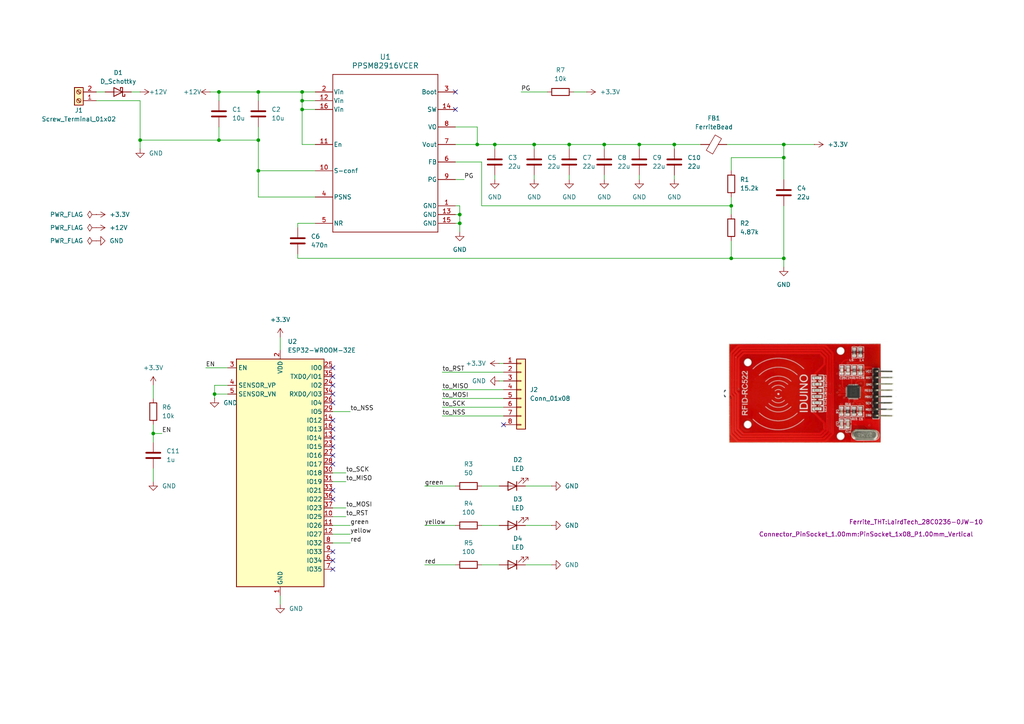
<source format=kicad_sch>
(kicad_sch (version 20250114) (generator "eeschema") (generator_version "9.0")
  (paper "A4")
  (lib_symbols
    (symbol "Connector:Screw_Terminal_01x02" (pin_names (offset 1.016) (hide yes))
      (property "Reference" "J" (at 0 2.54 0))
      (property "Value" "Screw_Terminal_01x02" (at 0 -5.08 0))
      (symbol "Screw_Terminal_01x02_1_1"
        (rectangle (start -1.27 1.27) (end 1.27 -3.81) (stroke (width 0.254)) (fill (type background)))
        (polyline (pts (xy -0.5334 0.3302) (xy 0.3302 -0.508)) (stroke (width 0.1524)))
        (polyline (pts (xy -0.5334 -2.2098) (xy 0.3302 -3.048)) (stroke (width 0.1524)))
        (polyline (pts (xy -0.3556 0.508) (xy 0.508 -0.3302)) (stroke (width 0.1524)))
        (polyline (pts (xy -0.3556 -2.032) (xy 0.508 -2.8702)) (stroke (width 0.1524)))
        (circle (center 0 0) (radius 0.635) (stroke (width 0.1524)))
        (circle (center 0 -2.54) (radius 0.635) (stroke (width 0.1524)))
        (pin passive line (at -5.08 0 0) (length 3.81) (name "Pin_1") (number "1"))
        (pin passive line (at -5.08 -2.54 0) (length 3.81) (name "Pin_2") (number "2"))
      )
    )
    (symbol "Connector_Generic:Conn_01x08" (pin_names (offset 1.016) (hide yes))
      (property "Reference" "J" (at 0 10.16 0))
      (property "Value" "Conn_01x08" (at 0 -12.7 0))
      (symbol "Conn_01x08_1_1"
        (rectangle (start -1.27 8.89) (end 1.27 -11.43) (stroke (width 0.254)) (fill (type background)))
        (rectangle (start -1.27 7.747) (end 0 7.493) (stroke (width 0.1524)))
        (rectangle (start -1.27 5.207) (end 0 4.953) (stroke (width 0.1524)))
        (rectangle (start -1.27 2.667) (end 0 2.413) (stroke (width 0.1524)))
        (rectangle (start -1.27 0.127) (end 0 -0.127) (stroke (width 0.1524)))
        (rectangle (start -1.27 -2.413) (end 0 -2.667) (stroke (width 0.1524)))
        (rectangle (start -1.27 -4.953) (end 0 -5.207) (stroke (width 0.1524)))
        (rectangle (start -1.27 -7.493) (end 0 -7.747) (stroke (width 0.1524)))
        (rectangle (start -1.27 -10.033) (end 0 -10.287) (stroke (width 0.1524)))
        (pin passive line (at -5.08 7.62 0) (length 3.81) (name "Pin_1") (number "1"))
        (pin passive line (at -5.08 5.08 0) (length 3.81) (name "Pin_2") (number "2"))
        (pin passive line (at -5.08 2.54 0) (length 3.81) (name "Pin_3") (number "3"))
        (pin passive line (at -5.08 0 0) (length 3.81) (name "Pin_4") (number "4"))
        (pin passive line (at -5.08 -2.54 0) (length 3.81) (name "Pin_5") (number "5"))
        (pin passive line (at -5.08 -5.08 0) (length 3.81) (name "Pin_6") (number "6"))
        (pin passive line (at -5.08 -7.62 0) (length 3.81) (name "Pin_7") (number "7"))
        (pin passive line (at -5.08 -10.16 0) (length 3.81) (name "Pin_8") (number "8"))
      )
    )
    (symbol "Device:C" (pin_numbers (hide yes)) (pin_names (offset 0.254))
      (property "Reference" "C" (at 0.635 2.54 0))
      (property "Value" "C" (at 0.635 -2.54 0))
      (symbol "C_0_1"
        (polyline (pts (xy -2.032 0.762) (xy 2.032 0.762)) (stroke (width 0.508)))
        (polyline (pts (xy -2.032 -0.762) (xy 2.032 -0.762)) (stroke (width 0.508)))
      )
      (symbol "C_1_1"
        (pin passive line (at 0 3.81 270) (length 2.794) (name "~") (number "1"))
        (pin passive line (at 0 -3.81 90) (length 2.794) (name "~") (number "2"))
      )
    )
    (symbol "Device:D_Schottky" (pin_numbers (hide yes)) (pin_names (offset 1.016) (hide yes))
      (property "Reference" "D" (at 0 2.54 0))
      (property "Value" "D_Schottky" (at 0 -2.54 0))
      (symbol "D_Schottky_0_1"
        (polyline (pts (xy -1.905 0.635) (xy -1.905 1.27) (xy -1.27 1.27) (xy -1.27 -1.27) (xy -0.635 -1.27) (xy -0.635 -0.635)) (stroke (width 0.254)))
        (polyline (pts (xy 1.27 1.27) (xy 1.27 -1.27) (xy -1.27 0) (xy 1.27 1.27)) (stroke (width 0.254)))
        (polyline (pts (xy 1.27 0) (xy -1.27 0)))
      )
      (symbol "D_Schottky_1_1"
        (pin passive line (at -3.81 0 0) (length 2.54) (name "K") (number "1"))
        (pin passive line (at 3.81 0 180) (length 2.54) (name "A") (number "2"))
      )
    )
    (symbol "Device:FerriteBead" (pin_numbers (hide yes)) (pin_names (offset 0))
      (property "Reference" "FB" (at -3.81 0.635 90))
      (property "Value" "FerriteBead" (at 3.81 0 90))
      (symbol "FerriteBead_0_1"
        (polyline (pts (xy -2.7686 0.4064) (xy -1.7018 2.2606) (xy 2.7686 -0.3048) (xy 1.6764 -2.159) (xy -2.7686 0.4064)))
        (polyline (pts (xy 0 1.27) (xy 0 1.2954)))
        (polyline (pts (xy 0 -1.27) (xy 0 -1.2192)))
      )
      (symbol "FerriteBead_1_1"
        (pin passive line (at 0 3.81 270) (length 2.54) (name "~") (number "1"))
        (pin passive line (at 0 -3.81 90) (length 2.54) (name "~") (number "2"))
      )
    )
    (symbol "Device:LED" (pin_numbers (hide yes)) (pin_names (offset 1.016) (hide yes))
      (property "Reference" "D" (at 0 2.54 0))
      (property "Value" "LED" (at 0 -2.54 0))
      (symbol "LED_0_1"
        (polyline (pts (xy -3.048 -0.762) (xy -4.572 -2.286) (xy -3.81 -2.286) (xy -4.572 -2.286) (xy -4.572 -1.524)))
        (polyline (pts (xy -1.778 -0.762) (xy -3.302 -2.286) (xy -2.54 -2.286) (xy -3.302 -2.286) (xy -3.302 -1.524)))
        (polyline (pts (xy -1.27 0) (xy 1.27 0)))
        (polyline (pts (xy -1.27 -1.27) (xy -1.27 1.27)) (stroke (width 0.254)))
        (polyline (pts (xy 1.27 -1.27) (xy 1.27 1.27) (xy -1.27 0) (xy 1.27 -1.27)) (stroke (width 0.254)))
      )
      (symbol "LED_1_1"
        (pin passive line (at -3.81 0 0) (length 2.54) (name "K") (number "1"))
        (pin passive line (at 3.81 0 180) (length 2.54) (name "A") (number "2"))
      )
    )
    (symbol "Device:R" (pin_numbers (hide yes)) (pin_names (offset 0))
      (property "Reference" "R" (at 2.032 0 90))
      (property "Value" "R" (at 0 0 90))
      (symbol "R_0_1"
        (rectangle (start -1.016 -2.54) (end 1.016 2.54) (stroke (width 0.254)))
      )
      (symbol "R_1_1"
        (pin passive line (at 0 3.81 270) (length 1.27) (name "~") (number "1"))
        (pin passive line (at 0 -3.81 90) (length 1.27) (name "~") (number "2"))
      )
    )
    (symbol "RF_Module:ESP32-WROOM-32E"
      (property "Reference" "U" (at -12.7 34.29 0))
      (property "Value" "ESP32-WROOM-32E" (at 1.27 34.29 0))
      (symbol "ESP32-WROOM-32E_0_1"
        (rectangle (start -12.7 33.02) (end 12.7 -33.02) (stroke (width 0.254)) (fill (type background)))
      )
      (symbol "ESP32-WROOM-32E_1_1"
        (pin input line (at -15.24 30.48 0) (length 2.54) (name "EN") (number "3"))
        (pin input line (at -15.24 25.4 0) (length 2.54) (name "SENSOR_VP") (number "4"))
        (pin input line (at -15.24 22.86 0) (length 2.54) (name "SENSOR_VN") (number "5"))
        (pin no_connect line (at -12.7 0 0) (length 2.54) (hide yes) (name "NC") (number "21"))
        (pin no_connect line (at -12.7 -2.54 0) (length 2.54) (hide yes) (name "NC") (number "22"))
        (pin no_connect line (at -12.7 -5.08 0) (length 2.54) (hide yes) (name "NC") (number "17"))
        (pin no_connect line (at -12.7 -7.62 0) (length 2.54) (hide yes) (name "NC") (number "18"))
        (pin no_connect line (at -12.7 -10.16 0) (length 2.54) (hide yes) (name "NC") (number "20"))
        (pin no_connect line (at -12.7 -12.7 0) (length 2.54) (hide yes) (name "NC") (number "19"))
        (pin no_connect line (at -12.7 -27.94 0) (length 2.54) (hide yes) (name "NC") (number "32"))
        (pin power_in line (at 0 35.56 270) (length 2.54) (name "VDD") (number "2"))
        (pin power_in line (at 0 -35.56 90) (length 2.54) (name "GND") (number "1"))
        (pin passive line (at 0 -35.56 90) (length 2.54) (hide yes) (name "GND") (number "15"))
        (pin passive line (at 0 -35.56 90) (length 2.54) (hide yes) (name "GND") (number "38"))
        (pin passive line (at 0 -35.56 90) (length 2.54) (hide yes) (name "GND") (number "39"))
        (pin bidirectional line (at 15.24 30.48 180) (length 2.54) (name "IO0") (number "25"))
        (pin bidirectional line (at 15.24 27.94 180) (length 2.54) (name "TXD0/IO1") (number "35"))
        (pin bidirectional line (at 15.24 25.4 180) (length 2.54) (name "IO2") (number "24"))
        (pin bidirectional line (at 15.24 22.86 180) (length 2.54) (name "RXD0/IO3") (number "34"))
        (pin bidirectional line (at 15.24 20.32 180) (length 2.54) (name "IO4") (number "26"))
        (pin bidirectional line (at 15.24 17.78 180) (length 2.54) (name "IO5") (number "29"))
        (pin bidirectional line (at 15.24 15.24 180) (length 2.54) (name "IO12") (number "14"))
        (pin bidirectional line (at 15.24 12.7 180) (length 2.54) (name "IO13") (number "16"))
        (pin bidirectional line (at 15.24 10.16 180) (length 2.54) (name "IO14") (number "13"))
        (pin bidirectional line (at 15.24 7.62 180) (length 2.54) (name "IO15") (number "23"))
        (pin bidirectional line (at 15.24 5.08 180) (length 2.54) (name "IO16") (number "27"))
        (pin bidirectional line (at 15.24 2.54 180) (length 2.54) (name "IO17") (number "28"))
        (pin bidirectional line (at 15.24 0 180) (length 2.54) (name "IO18") (number "30"))
        (pin bidirectional line (at 15.24 -2.54 180) (length 2.54) (name "IO19") (number "31"))
        (pin bidirectional line (at 15.24 -5.08 180) (length 2.54) (name "IO21") (number "33"))
        (pin bidirectional line (at 15.24 -7.62 180) (length 2.54) (name "IO22") (number "36"))
        (pin bidirectional line (at 15.24 -10.16 180) (length 2.54) (name "IO23") (number "37"))
        (pin bidirectional line (at 15.24 -12.7 180) (length 2.54) (name "IO25") (number "10"))
        (pin bidirectional line (at 15.24 -15.24 180) (length 2.54) (name "IO26") (number "11"))
        (pin bidirectional line (at 15.24 -17.78 180) (length 2.54) (name "IO27") (number "12"))
        (pin bidirectional line (at 15.24 -20.32 180) (length 2.54) (name "IO32") (number "8"))
        (pin bidirectional line (at 15.24 -22.86 180) (length 2.54) (name "IO33") (number "9"))
        (pin input line (at 15.24 -25.4 180) (length 2.54) (name "IO34") (number "6"))
        (pin input line (at 15.24 -27.94 180) (length 2.54) (name "IO35") (number "7"))
      )
    )
    (symbol "TPSM82916:PPSM82916VCER" (pin_names (offset 0.254))
      (property "Reference" "U" (at 0 2.54 0))
      (property "Value" "PPSM82916VCER" (at 0 0 0))
      (symbol "PPSM82916VCER_0_1"
        (polyline (pts (xy 5.08 5.08) (xy 5.08 -40.64)) (stroke (width 0.2032)))
        (polyline (pts (xy 5.08 -40.64) (xy 35.56 -40.64)) (stroke (width 0.2032)))
        (polyline (pts (xy 35.56 5.08) (xy 5.08 5.08)) (stroke (width 0.2032)))
        (polyline (pts (xy 35.56 -40.64) (xy 35.56 5.08)) (stroke (width 0.2032)))
        (pin power_in line (at 0 0 0) (length 5.08) (name "Vin") (number "2"))
        (pin power_in line (at 0 -2.54 0) (length 5.08) (name "Vin") (number "12"))
        (pin power_in line (at 0 -5.08 0) (length 5.08) (name "Vin") (number "16"))
        (pin input line (at 0 -15.24 0) (length 5.08) (name "En") (number "11"))
        (pin unspecified line (at 0 -22.86 0) (length 5.08) (name "S-conf") (number "10"))
        (pin unspecified line (at 0 -30.48 0) (length 5.08) (name "PSNS") (number "4"))
        (pin unspecified line (at 0 -38.1 0) (length 5.08) (name "NR") (number "5"))
        (pin unspecified line (at 40.64 0 180) (length 5.08) (name "Boot") (number "3"))
        (pin unspecified line (at 40.64 -5.08 180) (length 5.08) (name "SW") (number "14"))
        (pin unspecified line (at 40.64 -10.16 180) (length 5.08) (name "VO") (number "8"))
        (pin unspecified line (at 40.64 -15.24 180) (length 5.08) (name "Vout") (number "7"))
        (pin unspecified line (at 40.64 -20.32 180) (length 5.08) (name "FB") (number "6"))
        (pin open_collector line (at 40.64 -25.4 180) (length 5.08) (name "PG") (number "9"))
        (pin power_in line (at 40.64 -33.02 180) (length 5.08) (name "GND") (number "1"))
        (pin power_in line (at 40.64 -35.56 180) (length 5.08) (name "GND") (number "13"))
        (pin power_in line (at 40.64 -38.1 180) (length 5.08) (name "GND") (number "15"))
      )
    )
    (symbol "power:+12V" (power) (pin_numbers (hide yes)) (pin_names (offset 0) (hide yes))
      (property "Value" "+12V" (at 0 3.556 0))
      (symbol "+12V_0_1"
        (polyline (pts (xy -0.762 1.27) (xy 0 2.54)))
        (polyline (pts (xy 0 2.54) (xy 0.762 1.27)))
        (polyline (pts (xy 0 0) (xy 0 2.54)))
      )
      (symbol "+12V_1_1"
        (pin power_in line (at 0 0 90) (length 0) (name "~") (number "1"))
      )
    )
    (symbol "power:+3.3V" (power) (pin_numbers (hide yes)) (pin_names (offset 0) (hide yes))
      (property "Value" "+3.3V" (at 0 3.556 0))
      (symbol "+3.3V_0_1"
        (polyline (pts (xy -0.762 1.27) (xy 0 2.54)))
        (polyline (pts (xy 0 2.54) (xy 0.762 1.27)))
        (polyline (pts (xy 0 0) (xy 0 2.54)))
      )
      (symbol "+3.3V_1_1"
        (pin power_in line (at 0 0 90) (length 0) (name "~") (number "1"))
      )
    )
    (symbol "power:GND" (power) (pin_numbers (hide yes)) (pin_names (offset 0) (hide yes))
      (property "Value" "GND" (at 0 -3.81 0))
      (symbol "GND_0_1"
        (polyline (pts (xy 0 0) (xy 0 -1.27) (xy 1.27 -1.27) (xy 0 -2.54) (xy -1.27 -1.27) (xy 0 -1.27)))
      )
      (symbol "GND_1_1"
        (pin power_in line (at 0 0 270) (length 0) (name "~") (number "1"))
      )
    )
    (symbol "power:PWR_FLAG" (power) (pin_numbers (hide yes)) (pin_names (offset 0) (hide yes))
      (property "Value" "PWR_FLAG" (at 0 3.81 0))
      (symbol "PWR_FLAG_0_0"
        (pin power_out line (at 0 0 90) (length 0) (name "~") (number "1"))
      )
      (symbol "PWR_FLAG_0_1"
        (polyline (pts (xy 0 0) (xy 0 1.27) (xy -1.016 1.905) (xy 0 2.54) (xy 1.016 1.905) (xy 0 1.27)))
      )
    )
  )
  (junction (at 138.43 41.91))
  (junction (at 87.63 29.21))
  (junction (at 175.26 41.91))
  (junction (at 212.09 74.93))
  (junction (at 63.5 26.67))
  (junction (at 44.45 125.73))
  (junction (at 154.94 41.91))
  (junction (at 227.33 74.93))
  (junction (at 74.93 26.67))
  (junction (at 165.1 41.91))
  (junction (at 87.63 31.75))
  (junction (at 74.93 40.64))
  (junction (at 185.42 41.91))
  (junction (at 62.23 114.3))
  (junction (at 227.33 41.91))
  (junction (at 87.63 26.67))
  (junction (at 143.51 41.91))
  (junction (at 63.5 40.64))
  (junction (at 195.58 41.91))
  (junction (at 227.33 45.72))
  (junction (at 74.93 49.53))
  (junction (at 40.64 40.64))
  (junction (at 133.35 62.23))
  (junction (at 212.09 59.69))
  (junction (at 133.35 64.77))
  (no_connect (at 96.52 121.92))
  (no_connect (at 96.52 111.76))
  (no_connect (at 96.52 124.46))
  (no_connect (at 96.52 134.62))
  (no_connect (at 96.52 129.54))
  (no_connect (at 96.52 160.02))
  (no_connect (at 96.52 144.78))
  (no_connect (at 96.52 165.1))
  (no_connect (at 96.52 109.22))
  (no_connect (at 132.08 26.67))
  (no_connect (at 96.52 116.84))
  (no_connect (at 96.52 132.08))
  (no_connect (at 96.52 142.24))
  (no_connect (at 146.05 123.19))
  (no_connect (at 96.52 106.68))
  (no_connect (at 96.52 162.56))
  (no_connect (at 96.52 127))
  (no_connect (at 96.52 114.3))
  (no_connect (at 132.08 31.75))
  (wire (pts (xy 40.64 40.64) (xy 40.64 29.21)))
  (wire (pts (xy 175.26 41.91) (xy 175.26 43.18)))
  (wire (pts (xy 40.64 40.64) (xy 63.5 40.64)))
  (wire (pts (xy 96.52 154.94) (xy 101.6 154.94)))
  (wire (pts (xy 123.19 163.83) (xy 132.08 163.83)))
  (wire (pts (xy 62.23 111.76) (xy 62.23 114.3)))
  (wire (pts (xy 144.78 110.49) (xy 146.05 110.49)))
  (wire (pts (xy 96.52 152.4) (xy 101.6 152.4)))
  (wire (pts (xy 59.69 106.68) (xy 66.04 106.68)))
  (wire (pts (xy 128.27 115.57) (xy 146.05 115.57)))
  (wire (pts (xy 143.51 50.8) (xy 143.51 52.07)))
  (wire (pts (xy 212.09 74.93) (xy 227.33 74.93)))
  (wire (pts (xy 154.94 50.8) (xy 154.94 52.07)))
  (wire (pts (xy 227.33 41.91) (xy 227.33 45.72)))
  (wire (pts (xy 91.44 41.91) (xy 87.63 41.91)))
  (wire (pts (xy 210.82 41.91) (xy 227.33 41.91)))
  (wire (pts (xy 44.45 111.76) (xy 44.45 115.57)))
  (wire (pts (xy 66.04 114.3) (xy 62.23 114.3)))
  (wire (pts (xy 44.45 135.89) (xy 44.45 139.7)))
  (wire (pts (xy 227.33 74.93) (xy 227.33 77.47)))
  (wire (pts (xy 27.94 29.21) (xy 40.64 29.21)))
  (wire (pts (xy 128.27 113.03) (xy 146.05 113.03)))
  (wire (pts (xy 91.44 31.75) (xy 87.63 31.75)))
  (wire (pts (xy 185.42 41.91) (xy 195.58 41.91)))
  (wire (pts (xy 86.36 74.93) (xy 212.09 74.93)))
  (wire (pts (xy 132.08 52.07) (xy 134.62 52.07)))
  (wire (pts (xy 44.45 123.19) (xy 44.45 125.73)))
  (wire (pts (xy 195.58 41.91) (xy 195.58 43.18)))
  (wire (pts (xy 81.28 172.72) (xy 81.28 175.26)))
  (wire (pts (xy 139.7 152.4) (xy 144.78 152.4)))
  (wire (pts (xy 123.19 152.4) (xy 132.08 152.4)))
  (wire (pts (xy 138.43 41.91) (xy 143.51 41.91)))
  (wire (pts (xy 139.7 46.99) (xy 139.7 59.69)))
  (wire (pts (xy 62.23 114.3) (xy 62.23 115.57)))
  (wire (pts (xy 74.93 57.15) (xy 74.93 49.53)))
  (wire (pts (xy 96.52 119.38) (xy 101.6 119.38)))
  (wire (pts (xy 86.36 74.93) (xy 86.36 73.66)))
  (wire (pts (xy 87.63 29.21) (xy 87.63 26.67)))
  (wire (pts (xy 212.09 49.53) (xy 212.09 45.72)))
  (wire (pts (xy 74.93 49.53) (xy 74.93 40.64)))
  (wire (pts (xy 96.52 157.48) (xy 101.6 157.48)))
  (wire (pts (xy 175.26 50.8) (xy 175.26 52.07)))
  (wire (pts (xy 185.42 41.91) (xy 185.42 43.18)))
  (wire (pts (xy 165.1 50.8) (xy 165.1 52.07)))
  (wire (pts (xy 63.5 26.67) (xy 63.5 29.21)))
  (wire (pts (xy 38.1 26.67) (xy 40.64 26.67)))
  (wire (pts (xy 152.4 152.4) (xy 160.02 152.4)))
  (wire (pts (xy 128.27 107.95) (xy 146.05 107.95)))
  (wire (pts (xy 227.33 59.69) (xy 227.33 74.93)))
  (wire (pts (xy 87.63 31.75) (xy 87.63 29.21)))
  (wire (pts (xy 96.52 147.32) (xy 100.33 147.32)))
  (wire (pts (xy 132.08 46.99) (xy 139.7 46.99)))
  (wire (pts (xy 81.28 97.79) (xy 81.28 101.6)))
  (wire (pts (xy 151.13 26.67) (xy 158.75 26.67)))
  (wire (pts (xy 91.44 29.21) (xy 87.63 29.21)))
  (wire (pts (xy 152.4 163.83) (xy 160.02 163.83)))
  (wire (pts (xy 144.78 105.41) (xy 146.05 105.41)))
  (wire (pts (xy 212.09 45.72) (xy 227.33 45.72)))
  (wire (pts (xy 91.44 49.53) (xy 74.93 49.53)))
  (wire (pts (xy 154.94 41.91) (xy 154.94 43.18)))
  (wire (pts (xy 63.5 40.64) (xy 74.93 40.64)))
  (wire (pts (xy 133.35 59.69) (xy 133.35 62.23)))
  (wire (pts (xy 87.63 26.67) (xy 91.44 26.67)))
  (wire (pts (xy 44.45 125.73) (xy 46.99 125.73)))
  (wire (pts (xy 212.09 69.85) (xy 212.09 74.93)))
  (wire (pts (xy 123.19 140.97) (xy 132.08 140.97)))
  (wire (pts (xy 86.36 64.77) (xy 86.36 66.04)))
  (wire (pts (xy 195.58 41.91) (xy 203.2 41.91)))
  (wire (pts (xy 87.63 41.91) (xy 87.63 31.75)))
  (wire (pts (xy 138.43 36.83) (xy 138.43 41.91)))
  (wire (pts (xy 165.1 41.91) (xy 175.26 41.91)))
  (wire (pts (xy 133.35 62.23) (xy 133.35 64.77)))
  (wire (pts (xy 96.52 139.7) (xy 100.33 139.7)))
  (wire (pts (xy 91.44 64.77) (xy 86.36 64.77)))
  (wire (pts (xy 227.33 45.72) (xy 227.33 52.07)))
  (wire (pts (xy 96.52 137.16) (xy 100.33 137.16)))
  (wire (pts (xy 152.4 140.97) (xy 160.02 140.97)))
  (wire (pts (xy 139.7 163.83) (xy 144.78 163.83)))
  (wire (pts (xy 175.26 41.91) (xy 185.42 41.91)))
  (wire (pts (xy 74.93 26.67) (xy 74.93 29.21)))
  (wire (pts (xy 44.45 125.73) (xy 44.45 128.27)))
  (wire (pts (xy 132.08 41.91) (xy 138.43 41.91)))
  (wire (pts (xy 91.44 57.15) (xy 74.93 57.15)))
  (wire (pts (xy 212.09 59.69) (xy 212.09 62.23)))
  (wire (pts (xy 143.51 41.91) (xy 143.51 43.18)))
  (wire (pts (xy 132.08 64.77) (xy 133.35 64.77)))
  (wire (pts (xy 74.93 36.83) (xy 74.93 40.64)))
  (wire (pts (xy 40.64 40.64) (xy 40.64 43.18)))
  (wire (pts (xy 132.08 36.83) (xy 138.43 36.83)))
  (wire (pts (xy 165.1 41.91) (xy 165.1 43.18)))
  (wire (pts (xy 132.08 59.69) (xy 133.35 59.69)))
  (wire (pts (xy 96.52 149.86) (xy 100.33 149.86)))
  (wire (pts (xy 132.08 62.23) (xy 133.35 62.23)))
  (wire (pts (xy 63.5 26.67) (xy 74.93 26.67)))
  (wire (pts (xy 154.94 41.91) (xy 165.1 41.91)))
  (wire (pts (xy 139.7 59.69) (xy 212.09 59.69)))
  (wire (pts (xy 60.96 26.67) (xy 63.5 26.67)))
  (wire (pts (xy 66.04 111.76) (xy 62.23 111.76)))
  (wire (pts (xy 63.5 36.83) (xy 63.5 40.64)))
  (wire (pts (xy 74.93 26.67) (xy 87.63 26.67)))
  (wire (pts (xy 133.35 64.77) (xy 133.35 67.31)))
  (wire (pts (xy 185.42 50.8) (xy 185.42 52.07)))
  (wire (pts (xy 166.37 26.67) (xy 170.18 26.67)))
  (wire (pts (xy 128.27 118.11) (xy 146.05 118.11)))
  (wire (pts (xy 128.27 120.65) (xy 146.05 120.65)))
  (wire (pts (xy 27.94 26.67) (xy 30.48 26.67)))
  (wire (pts (xy 212.09 57.15) (xy 212.09 59.69)))
  (wire (pts (xy 139.7 140.97) (xy 144.78 140.97)))
  (wire (pts (xy 195.58 50.8) (xy 195.58 52.07)))
  (wire (pts (xy 227.33 41.91) (xy 236.22 41.91)))
  (wire (pts (xy 143.51 41.91) (xy 154.94 41.91)))
  (image (at 234.95 114.3))
  (label "to_MISO" (at 128.27 113.03 0))
  (label "to_NSS" (at 101.6 119.38 0))
  (label "to_SCK" (at 128.27 118.11 0))
  (label "green" (at 123.19 140.97 0))
  (label "to_MOSI" (at 128.27 115.57 0))
  (label "PG" (at 151.13 26.67 0))
  (label "to_MISO" (at 100.33 139.7 0))
  (label "EN" (at 59.69 106.68 0))
  (label "red" (at 101.6 157.48 0))
  (label "yellow" (at 101.6 154.94 0))
  (label "PG" (at 134.62 52.07 0))
  (label "to_RST" (at 100.33 149.86 0))
  (label "to_RST" (at 128.27 107.95 0))
  (label "to_SCK" (at 100.33 137.16 0))
  (label "to_MOSI" (at 100.33 147.32 0))
  (label "yellow" (at 123.19 152.4 0))
  (label "to_NSS" (at 128.27 120.65 0))
  (label "green" (at 101.6 152.4 0))
  (label "EN" (at 46.99 125.73 0))
  (label "red" (at 123.19 163.83 0))
  (symbol (lib_id "power:GND") (at 154.94 52.07 0) (unit 1)
    (property "Reference" "#PWR02" (effects (hide yes)))
    (property "Value" "GND" (at 154.94 57.15 0))
    (property "Description" "Power symbol creates a global label with name \"GND\" , ground" (effects (hide yes)))
  )
  (symbol (lib_id "power:+3.3V") (at 144.78 105.41 90) (unit 1)
    (property "Reference" "#PWR018" (effects (hide yes)))
    (property "Value" "+3.3V" (at 140.97 105.4099 90) (effects (justify left)))
    (property "Description" "Power symbol creates a global label with name \"+3.3V\"" (effects (hide yes)))
  )
  (symbol (lib_id "power:GND") (at 195.58 52.07 0) (unit 1)
    (property "Reference" "#PWR013" (effects (hide yes)))
    (property "Value" "GND" (at 195.58 57.15 0))
    (property "Description" "Power symbol creates a global label with name \"GND\" , ground" (effects (hide yes)))
  )
  (symbol (lib_id "Device:C") (at 44.45 132.08 0) (unit 1)
    (property "Reference" "C11" (at 48.26 130.8099 0) (effects (justify left)))
    (property "Value" "1u" (at 48.26 133.3499 0) (effects (justify left)))
    (property "Footprint" "Capacitor_SMD:C_0201_0603Metric" (effects (hide yes)))
    (property "Description" "Unpolarized capacitor" (effects (hide yes)))
  )
  (symbol (lib_id "power:+12V") (at 40.64 26.67 270) (unit 1)
    (property "Reference" "#PWR06" (effects (hide yes)))
    (property "Value" "+12V" (at 43.18 26.67 90) (effects (justify left)))
    (property "Description" "Power symbol creates a global label with name \"+12V\"" (effects (hide yes)))
  )
  (symbol (lib_id "Device:LED") (at 148.59 163.83 180) (unit 1)
    (property "Reference" "D4" (at 150.1775 156.21 0))
    (property "Value" "LED" (at 150.1775 158.75 0))
    (property "Footprint" "LED_SMD:LED_0201_0603Metric" (effects (hide yes)))
    (property "Description" "Light emitting diode" (effects (hide yes)))
    (property "Sim.Pins" "1=K 2=A" (effects (hide yes)))
  )
  (symbol (lib_id "Device:FerriteBead") (at 207.01 41.91 270) (unit 1)
    (property "Reference" "FB1" (at 207.0608 34.29 90))
    (property "Value" "FerriteBead" (at 207.0608 36.83 90))
    (property "Footprint" "Ferrite_THT:LairdTech_28C0236-0JW-10" (at 265.684 151.384 90))
    (property "Description" "Ferrite bead" (effects (hide yes)))
  )
  (symbol (lib_id "power:GND") (at 62.23 115.57 0) (unit 1)
    (property "Reference" "#PWR025" (effects (hide yes)))
    (property "Value" "GND" (at 64.77 116.8399 0) (effects (justify left)))
    (property "Description" "Power symbol creates a global label with name \"GND\" , ground" (effects (hide yes)))
  )
  (symbol (lib_id "Device:LED") (at 148.59 140.97 180) (unit 1)
    (property "Reference" "D2" (at 150.1775 133.35 0))
    (property "Value" "LED" (at 150.1775 135.89 0))
    (property "Footprint" "LED_SMD:LED_0201_0603Metric" (effects (hide yes)))
    (property "Description" "Light emitting diode" (effects (hide yes)))
    (property "Sim.Pins" "1=K 2=A" (effects (hide yes)))
  )
  (symbol (lib_id "power:GND") (at 165.1 52.07 0) (unit 1)
    (property "Reference" "#PWR010" (effects (hide yes)))
    (property "Value" "GND" (at 165.1 57.15 0))
    (property "Description" "Power symbol creates a global label with name \"GND\" , ground" (effects (hide yes)))
  )
  (symbol (lib_id "power:+3.3V") (at 27.94 62.23 270) (unit 1)
    (property "Reference" "#PWR017" (effects (hide yes)))
    (property "Value" "+3.3V" (at 31.75 62.2299 90) (effects (justify left)))
    (property "Description" "Power symbol creates a global label with name \"+3.3V\"" (effects (hide yes)))
  )
  (symbol (lib_id "Device:LED") (at 148.59 152.4 180) (unit 1)
    (property "Reference" "D3" (at 150.1775 144.78 0))
    (property "Value" "LED" (at 150.1775 147.32 0))
    (property "Footprint" "LED_SMD:LED_0201_0603Metric" (effects (hide yes)))
    (property "Description" "Light emitting diode" (effects (hide yes)))
    (property "Sim.Pins" "1=K 2=A" (effects (hide yes)))
  )
  (symbol (lib_id "Connector:Screw_Terminal_01x02") (at 22.86 29.21 180) (unit 1)
    (property "Reference" "J1" (at 22.86 32.004 0))
    (property "Value" "Screw_Terminal_01x02" (at 22.86 34.544 0))
    (property "Footprint" "TerminalBlock:TerminalBlock_MaiXu_MX126-5.0-02P_1x02_P5.00mm" (effects (hide yes)))
    (property "Description" "Generic screw terminal, single row, 01x02, script generated (kicad-library-utils/schlib/autogen/connector/)" (effects (hide yes)))
  )
  (symbol (lib_id "Device:C") (at 63.5 33.02 0) (unit 1)
    (property "Reference" "C1" (at 67.31 31.7499 0) (effects (justify left)))
    (property "Value" "10u" (at 67.31 34.2899 0) (effects (justify left)))
    (property "Footprint" "Capacitor_SMD:C_0201_0603Metric" (effects (hide yes)))
    (property "Description" "Unpolarized capacitor" (effects (hide yes)))
  )
  (symbol (lib_id "Device:C") (at 154.94 46.99 0) (unit 1)
    (property "Reference" "C5" (at 158.75 45.7199 0) (effects (justify left)))
    (property "Value" "22u" (at 158.75 48.2599 0) (effects (justify left)))
    (property "Footprint" "Capacitor_SMD:C_0201_0603Metric" (effects (hide yes)))
    (property "Description" "Unpolarized capacitor" (effects (hide yes)))
  )
  (symbol (lib_id "power:PWR_FLAG") (at 27.94 69.85 90) (unit 1)
    (property "Reference" "#FLG02" (effects (hide yes)))
    (property "Value" "PWR_FLAG" (at 24.13 69.8499 90) (effects (justify left)))
    (property "Description" "Special symbol for telling ERC where power comes from" (effects (hide yes)))
  )
  (symbol (lib_id "Device:R") (at 135.89 140.97 90) (unit 1)
    (property "Reference" "R3" (at 135.89 134.62 90))
    (property "Value" "50" (at 135.89 137.16 90))
    (property "Footprint" "Resistor_SMD:R_0603_1608Metric" (effects (hide yes)))
    (property "Description" "Resistor" (effects (hide yes)))
  )
  (symbol (lib_id "power:GND") (at 143.51 52.07 0) (unit 1)
    (property "Reference" "#PWR04" (effects (hide yes)))
    (property "Value" "GND" (at 143.51 57.15 0))
    (property "Description" "Power symbol creates a global label with name \"GND\" , ground" (effects (hide yes)))
  )
  (symbol (lib_id "power:GND") (at 160.02 140.97 90) (unit 1)
    (property "Reference" "#PWR020" (effects (hide yes)))
    (property "Value" "GND" (at 163.83 140.9699 90) (effects (justify right)))
    (property "Description" "Power symbol creates a global label with name \"GND\" , ground" (effects (hide yes)))
  )
  (symbol (lib_id "Device:D_Schottky") (at 34.29 26.67 180) (unit 1)
    (property "Reference" "D1" (at 34.29 21.082 0))
    (property "Value" "D_Schottky" (at 34.29 23.622 0))
    (property "Footprint" "Diode_SMD:D_SMA" (effects (hide yes)))
    (property "Description" "Schottky diode" (effects (hide yes)))
  )
  (symbol (lib_id "Device:C") (at 143.51 46.99 0) (unit 1)
    (property "Reference" "C3" (at 147.32 45.7199 0) (effects (justify left)))
    (property "Value" "22u" (at 147.32 48.2599 0) (effects (justify left)))
    (property "Footprint" "Capacitor_SMD:C_0201_0603Metric" (effects (hide yes)))
    (property "Description" "Unpolarized capacitor" (effects (hide yes)))
  )
  (symbol (lib_id "power:+3.3V") (at 236.22 41.91 270) (unit 1)
    (property "Reference" "#PWR014" (effects (hide yes)))
    (property "Value" "+3.3V" (at 240.03 41.9099 90) (effects (justify left)))
    (property "Description" "Power symbol creates a global label with name \"+3.3V\"" (effects (hide yes)))
  )
  (symbol (lib_id "Device:R") (at 44.45 119.38 0) (unit 1)
    (property "Reference" "R6" (at 46.99 118.1099 0) (effects (justify left)))
    (property "Value" "10k" (at 46.99 120.6499 0) (effects (justify left)))
    (property "Footprint" "Resistor_SMD:R_0603_1608Metric" (effects (hide yes)))
    (property "Description" "Resistor" (effects (hide yes)))
  )
  (symbol (lib_id "power:+12V") (at 27.94 66.04 270) (unit 1)
    (property "Reference" "#PWR07" (effects (hide yes)))
    (property "Value" "+12V" (at 31.75 66.0399 90) (effects (justify left)))
    (property "Description" "Power symbol creates a global label with name \"+12V\"" (effects (hide yes)))
  )
  (symbol (lib_id "power:GND") (at 81.28 175.26 0) (unit 1)
    (property "Reference" "#PWR016" (effects (hide yes)))
    (property "Value" "GND" (at 83.82 176.5299 0) (effects (justify left)))
    (property "Description" "Power symbol creates a global label with name \"GND\" , ground" (effects (hide yes)))
  )
  (symbol (lib_id "power:GND") (at 160.02 152.4 90) (unit 1)
    (property "Reference" "#PWR021" (effects (hide yes)))
    (property "Value" "GND" (at 163.83 152.3999 90) (effects (justify right)))
    (property "Description" "Power symbol creates a global label with name \"GND\" , ground" (effects (hide yes)))
  )
  (symbol (lib_id "Device:C") (at 195.58 46.99 0) (unit 1)
    (property "Reference" "C10" (at 199.39 45.7199 0) (effects (justify left)))
    (property "Value" "22u" (at 199.39 48.2599 0) (effects (justify left)))
    (property "Footprint" "Capacitor_SMD:C_0201_0603Metric" (effects (hide yes)))
    (property "Description" "Unpolarized capacitor" (effects (hide yes)))
  )
  (symbol (lib_id "power:+3.3V") (at 44.45 111.76 0) (unit 1)
    (property "Reference" "#PWR023" (effects (hide yes)))
    (property "Value" "+3.3V" (at 44.45 106.68 0))
    (property "Description" "Power symbol creates a global label with name \"+3.3V\"" (effects (hide yes)))
  )
  (symbol (lib_id "Device:R") (at 135.89 163.83 90) (unit 1)
    (property "Reference" "R5" (at 135.89 157.48 90))
    (property "Value" "100" (at 135.89 160.02 90))
    (property "Footprint" "Resistor_SMD:R_0603_1608Metric" (effects (hide yes)))
    (property "Description" "Resistor" (effects (hide yes)))
  )
  (symbol (lib_id "power:GND") (at 185.42 52.07 0) (unit 1)
    (property "Reference" "#PWR012" (effects (hide yes)))
    (property "Value" "GND" (at 185.42 57.15 0))
    (property "Description" "Power symbol creates a global label with name \"GND\" , ground" (effects (hide yes)))
  )
  (symbol (lib_id "power:GND") (at 144.78 110.49 270) (unit 1)
    (property "Reference" "#PWR019" (effects (hide yes)))
    (property "Value" "GND" (at 140.97 110.4899 90) (effects (justify right)))
    (property "Description" "Power symbol creates a global label with name \"GND\" , ground" (effects (hide yes)))
  )
  (symbol (lib_id "power:GND") (at 227.33 77.47 0) (unit 1)
    (property "Reference" "#PWR05" (effects (hide yes)))
    (property "Value" "GND" (at 227.33 82.55 0))
    (property "Description" "Power symbol creates a global label with name \"GND\" , ground" (effects (hide yes)))
  )
  (symbol (lib_id "Connector_Generic:Conn_01x08") (at 151.13 113.03 0) (unit 1)
    (property "Reference" "J2" (at 153.67 113.0299 0) (effects (justify left)))
    (property "Value" "Conn_01x08" (at 153.67 115.5699 0) (effects (justify left)))
    (property "Footprint" "Connector_PinSocket_1.00mm:PinSocket_1x08_P1.00mm_Vertical" (at 251.206 154.94 0))
    (property "Description" "Generic connector, single row, 01x08, script generated (kicad-library-utils/schlib/autogen/connector/)" (effects (hide yes)))
  )
  (symbol (lib_id "Device:R") (at 135.89 152.4 90) (unit 1)
    (property "Reference" "R4" (at 135.89 146.05 90))
    (property "Value" "100" (at 135.89 148.59 90))
    (property "Footprint" "Resistor_SMD:R_0603_1608Metric" (effects (hide yes)))
    (property "Description" "Resistor" (effects (hide yes)))
  )
  (symbol (lib_id "power:+3.3V") (at 170.18 26.67 270) (unit 1)
    (property "Reference" "#PWR026" (effects (hide yes)))
    (property "Value" "+3.3V" (at 173.99 26.6699 90) (effects (justify left)))
    (property "Description" "Power symbol creates a global label with name \"+3.3V\"" (effects (hide yes)))
  )
  (symbol (lib_id "power:GND") (at 40.64 43.18 0) (unit 1)
    (property "Reference" "#PWR01" (effects (hide yes)))
    (property "Value" "GND" (at 43.18 44.4499 0) (effects (justify left)))
    (property "Description" "Power symbol creates a global label with name \"GND\" , ground" (effects (hide yes)))
  )
  (symbol (lib_id "power:+12V") (at 60.96 26.67 90) (unit 1)
    (property "Reference" "#PWR09" (effects (hide yes)))
    (property "Value" "+12V" (at 58.42 26.67 90) (effects (justify left)))
    (property "Description" "Power symbol creates a global label with name \"+12V\"" (effects (hide yes)))
  )
  (symbol (lib_id "power:GND") (at 160.02 163.83 90) (unit 1)
    (property "Reference" "#PWR022" (effects (hide yes)))
    (property "Value" "GND" (at 163.83 163.8299 90) (effects (justify right)))
    (property "Description" "Power symbol creates a global label with name \"GND\" , ground" (effects (hide yes)))
  )
  (symbol (lib_id "TPSM82916:PPSM82916VCER") (at 91.44 26.67 0) (unit 1)
    (property "Reference" "U1" (at 111.76 16.51 0) (effects (font (size 1.524 1.524))))
    (property "Value" "PPSM82916VCER" (at 111.76 19.05 0) (effects (font (size 1.524 1.524))))
    (property "Footprint" "PPSM82916VCER:VCE0016A-MFG" (effects (hide yes)))
    (property "Datasheet" "https://www.ti.com/lit/gpn/tpsm82916" (effects (hide yes)))
  )
  (symbol (lib_id "Device:C") (at 175.26 46.99 0) (unit 1)
    (property "Reference" "C8" (at 179.07 45.7199 0) (effects (justify left)))
    (property "Value" "22u" (at 179.07 48.2599 0) (effects (justify left)))
    (property "Footprint" "Capacitor_SMD:C_0201_0603Metric" (effects (hide yes)))
    (property "Description" "Unpolarized capacitor" (effects (hide yes)))
  )
  (symbol (lib_id "power:PWR_FLAG") (at 27.94 66.04 90) (unit 1)
    (property "Reference" "#FLG01" (effects (hide yes)))
    (property "Value" "PWR_FLAG" (at 24.13 66.0399 90) (effects (justify left)))
    (property "Description" "Special symbol for telling ERC where power comes from" (effects (hide yes)))
  )
  (symbol (lib_id "Device:R") (at 212.09 53.34 0) (unit 1)
    (property "Reference" "R1" (at 214.63 52.0699 0) (effects (justify left)))
    (property "Value" "15.2k" (at 214.63 54.6099 0) (effects (justify left)))
    (property "Footprint" "Resistor_SMD:R_0603_1608Metric" (effects (hide yes)))
    (property "Description" "Resistor" (effects (hide yes)))
  )
  (symbol (lib_id "power:GND") (at 133.35 67.31 0) (unit 1)
    (property "Reference" "#PWR03" (effects (hide yes)))
    (property "Value" "GND" (at 133.35 72.39 0))
    (property "Description" "Power symbol creates a global label with name \"GND\" , ground" (effects (hide yes)))
  )
  (symbol (lib_id "power:GND") (at 27.94 69.85 90) (unit 1)
    (property "Reference" "#PWR08" (effects (hide yes)))
    (property "Value" "GND" (at 31.75 69.8499 90) (effects (justify right)))
    (property "Description" "Power symbol creates a global label with name \"GND\" , ground" (effects (hide yes)))
  )
  (symbol (lib_id "Device:C") (at 185.42 46.99 0) (unit 1)
    (property "Reference" "C9" (at 189.23 45.7199 0) (effects (justify left)))
    (property "Value" "22u" (at 189.23 48.2599 0) (effects (justify left)))
    (property "Footprint" "Capacitor_SMD:C_0201_0603Metric" (effects (hide yes)))
    (property "Description" "Unpolarized capacitor" (effects (hide yes)))
  )
  (symbol (lib_id "Device:R") (at 212.09 66.04 0) (unit 1)
    (property "Reference" "R2" (at 214.63 64.7699 0) (effects (justify left)))
    (property "Value" "4.87k" (at 214.63 67.3099 0) (effects (justify left)))
    (property "Footprint" "Resistor_SMD:R_0603_1608Metric" (effects (hide yes)))
    (property "Description" "Resistor" (effects (hide yes)))
  )
  (symbol (lib_id "Device:R") (at 162.56 26.67 90) (unit 1)
    (property "Reference" "R7" (at 162.56 20.32 90))
    (property "Value" "10k" (at 162.56 22.86 90))
    (property "Footprint" "Resistor_SMD:R_0603_1608Metric" (effects (hide yes)))
    (property "Description" "Resistor" (effects (hide yes)))
  )
  (symbol (lib_id "Device:C") (at 227.33 55.88 0) (unit 1)
    (property "Reference" "C4" (at 231.14 54.6099 0) (effects (justify left)))
    (property "Value" "22u" (at 231.14 57.1499 0) (effects (justify left)))
    (property "Footprint" "Capacitor_SMD:C_0201_0603Metric" (effects (hide yes)))
    (property "Description" "Unpolarized capacitor" (effects (hide yes)))
  )
  (symbol (lib_id "power:+3.3V") (at 81.28 97.79 0) (unit 1)
    (property "Reference" "#PWR015" (effects (hide yes)))
    (property "Value" "+3.3V" (at 81.28 92.71 0))
    (property "Description" "Power symbol creates a global label with name \"+3.3V\"" (effects (hide yes)))
  )
  (symbol (lib_id "Device:C") (at 165.1 46.99 0) (unit 1)
    (property "Reference" "C7" (at 168.91 45.7199 0) (effects (justify left)))
    (property "Value" "22u" (at 168.91 48.2599 0) (effects (justify left)))
    (property "Footprint" "Capacitor_SMD:C_0201_0603Metric" (effects (hide yes)))
    (property "Description" "Unpolarized capacitor" (effects (hide yes)))
  )
  (symbol (lib_id "Device:C") (at 86.36 69.85 0) (unit 1)
    (property "Reference" "C6" (at 90.17 68.5799 0) (effects (justify left)))
    (property "Value" "470n" (at 90.17 71.1199 0) (effects (justify left)))
    (property "Footprint" "Capacitor_SMD:C_0201_0603Metric" (effects (hide yes)))
    (property "Description" "Unpolarized capacitor" (effects (hide yes)))
  )
  (symbol (lib_id "power:GND") (at 44.45 139.7 0) (unit 1)
    (property "Reference" "#PWR024" (effects (hide yes)))
    (property "Value" "GND" (at 46.99 140.9699 0) (effects (justify left)))
    (property "Description" "Power symbol creates a global label with name \"GND\" , ground" (effects (hide yes)))
  )
  (symbol (lib_id "power:PWR_FLAG") (at 27.94 62.23 90) (unit 1)
    (property "Reference" "#FLG03" (effects (hide yes)))
    (property "Value" "PWR_FLAG" (at 24.13 62.2299 90) (effects (justify left)))
    (property "Description" "Special symbol for telling ERC where power comes from" (effects (hide yes)))
  )
  (symbol (lib_id "Device:C") (at 74.93 33.02 0) (unit 1)
    (property "Reference" "C2" (at 78.74 31.7499 0) (effects (justify left)))
    (property "Value" "10u" (at 78.74 34.2899 0) (effects (justify left)))
    (property "Footprint" "Capacitor_SMD:C_0201_0603Metric" (effects (hide yes)))
    (property "Description" "Unpolarized capacitor" (effects (hide yes)))
  )
  (symbol (lib_id "RF_Module:ESP32-WROOM-32E") (at 81.28 137.16 0) (unit 1)
    (property "Reference" "U2" (at 83.4233 99.06 0) (effects (justify left)))
    (property "Value" "ESP32-WROOM-32E" (at 83.4233 101.6 0) (effects (justify left)))
    (property "Footprint" "RF_Module:ESP32-WROOM-32E" (effects (hide yes)))
    (property "Datasheet" "https://www.espressif.com/sites/default/files/documentation/esp32-wroom-32e_esp32-wroom-32ue_datasheet_en.pdf" (effects (hide yes)))
    (property "Description" "RF Module, ESP32-D0WD-V3 SoC, without PSRAM, Wi-Fi 802.11b/g/n, Bluetooth, BLE, 32-bit, 2.7-3.6V, onboard antenna, SMD" (effects (hide yes)))
  )
  (symbol (lib_id "power:GND") (at 175.26 52.07 0) (unit 1)
    (property "Reference" "#PWR011" (effects (hide yes)))
    (property "Value" "GND" (at 175.26 57.15 0))
    (property "Description" "Power symbol creates a global label with name \"GND\" , ground" (effects (hide yes)))
  )
)
</source>
